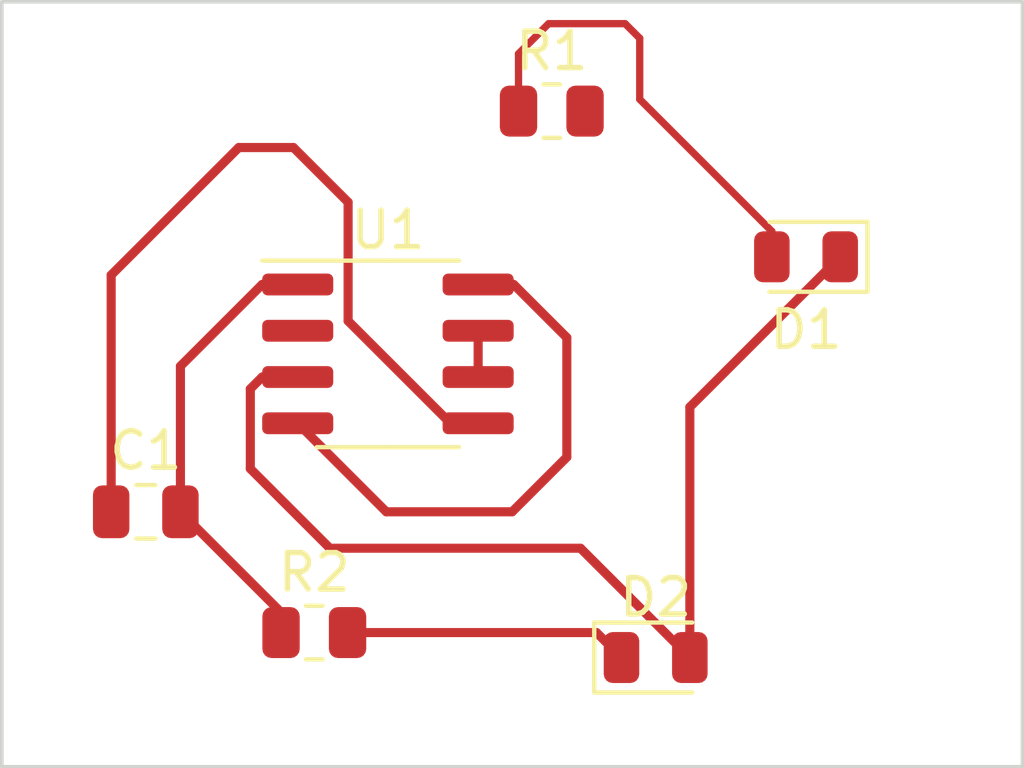
<source format=kicad_pcb>
(kicad_pcb (version 20240108) (generator "pcbnew") (generator_version "8.0")
  (layers (0 "F.Cu" signal) (31 "B.Cu" signal) (34 "B.Paste" user) (35 "F.Paste" user) (36 "B.SilkS" user "B.Silkscreen") (37 "F.SilkS" user "F.Silkscreen") (38 "B.Mask" user) (39 "F.Mask" user) (44 "Edge.Cuts" user))
  (net 0 "")
  (net 1 "Net-(U1-CV)")
  (net 2 "GND")
  (net 3 "Net-(D1-K)")
  (net 4 "Net-(D1-A)")
  (net 5 "Net-(D2-K)")
  (net 6 "VCC")
  (net 8 "Net-(U1-DIS)")
  (footprint "Capacitor_SMD:C_0805_2012Metric" (layer "F.Cu") (at 19.95 28)
    (property "Reference" "C1" (at 0 -1.68 0) (layer "F.SilkS"))
    (property "Value" "C")
    (fp_line (start -0.261252 -0.735) (end 0.261252 -0.735) (stroke (width 0.12)) (layer "F.SilkS"))
    (fp_line (start -0.261252 0.735) (end 0.261252 0.735) (stroke (width 0.12)) (layer "F.SilkS"))
    (pad "1" smd roundrect (at -0.95 0) (size 1 1.45) (layers "F.Cu" "F.Paste" "F.Mask") (net 1 "Net-(U1-CV)"))
    (pad "2" smd roundrect (at 0.95 0) (size 1 1.45) (layers "F.Cu" "F.Paste" "F.Mask") (net 2 "GND"))
  )
  (footprint "Resistor_SMD:R_0805_2012Metric" (layer "F.Cu") (at 31.0875 17)
    (property "Reference" "R1" (at 0 -1.65 0) (layer "F.SilkS"))
    (property "Value" "R")
    (fp_line (start -0.227064 -0.735) (end 0.227064 -0.735) (stroke (width 0.12)) (layer "F.SilkS"))
    (fp_line (start -0.227064 0.735) (end 0.227064 0.735) (stroke (width 0.12)) (layer "F.SilkS"))
    (pad "1" smd roundrect (at -0.9125 0) (size 1.025 1.4) (layers "F.Cu" "F.Paste" "F.Mask") (roundrect_rratio 0.243902) (net 4 "Net-(D1-A)"))
    (pad "2" smd roundrect (at 0.9125 0) (size 1.025 1.4) (layers "F.Cu" "F.Paste" "F.Mask") (roundrect_rratio 0.243902) (net 6 "VCC"))
  )
  (footprint "Package_SO:SOIC-8_3.9x4.9mm_P1.27mm" (layer "F.Cu") (at 26.5925 23.665)
    (property "Reference" "U1" (at 0 -3.4 0) (layer "F.SilkS"))
    (property "Value" "LM555xM")
    (fp_line (start 0 -2.56) (end -3.45 -2.56) (stroke (width 0.12)) (layer "F.SilkS"))
    (fp_line (start 0 -2.56) (end 1.95 -2.56) (stroke (width 0.12)) (layer "F.SilkS"))
    (fp_line (start 0 2.56) (end -1.95 2.56) (stroke (width 0.12)) (layer "F.SilkS"))
    (fp_line (start 0 2.56) (end 1.95 2.56) (stroke (width 0.12)) (layer "F.SilkS"))
    (pad "1" smd roundrect (at -2.475 -1.905) (size 1.95 0.6) (layers "F.Cu" "F.Paste" "F.Mask") (net 2 "GND"))
    (pad "2" smd roundrect (at -2.475 -0.635) (size 1.95 0.6) (layers "F.Cu" "F.Paste" "F.Mask"))
    (pad "3" smd roundrect (at -2.475 0.635) (size 1.95 0.6) (layers "F.Cu" "F.Paste" "F.Mask") (net 3 "Net-(D1-K)"))
    (pad "4" smd roundrect (at -2.475 1.905) (size 1.95 0.6) (layers "F.Cu" "F.Paste" "F.Mask") (net 6 "VCC"))
    (pad "5" smd roundrect (at 2.475 1.905) (size 1.95 0.6) (layers "F.Cu" "F.Paste" "F.Mask") (net 1 "Net-(U1-CV)"))
    (pad "6" smd roundrect (at 2.475 0.635) (size 1.95 0.6) (layers "F.Cu" "F.Paste" "F.Mask") (net 8 "Net-(U1-DIS)"))
    (pad "7" smd roundrect (at 2.475 -0.635) (size 1.95 0.6) (layers "F.Cu" "F.Paste" "F.Mask") (net 8 "Net-(U1-DIS)"))
    (pad "8" smd roundrect (at 2.475 -1.905) (size 1.95 0.6) (layers "F.Cu" "F.Paste" "F.Mask") (net 6 "VCC"))
  )
  (footprint "Resistor_SMD:R_0805_2012Metric" (layer "F.Cu") (at 24.5725 31.315)
    (property "Reference" "R2" (at 0 -1.65 0) (layer "F.SilkS"))
    (property "Value" "R")
    (fp_line (start -0.227064 -0.735) (end 0.227064 -0.735) (stroke (width 0.12)) (layer "F.SilkS"))
    (fp_line (start -0.227064 0.735) (end 0.227064 0.735) (stroke (width 0.12)) (layer "F.SilkS"))
    (pad "1" smd roundrect (at -0.9125 0) (size 1.025 1.4) (layers "F.Cu" "F.Paste" "F.Mask") (roundrect_rratio 0.243902) (net 2 "GND"))
    (pad "2" smd roundrect (at 0.9125 0) (size 1.025 1.4) (layers "F.Cu" "F.Paste" "F.Mask") (roundrect_rratio 0.243902) (net 5 "Net-(D2-K)"))
  )
  (footprint "LED_SMD:LED_0805_2012Metric" (layer "F.Cu") (at 33.9375 32)
    (property "Reference" "D2" (at 0 -1.65 0) (layer "F.SilkS"))
    (property "Value" "LED")
    (fp_line (start -1.685 -0.96) (end -1.685 0.96) (stroke (width 0.12)) (layer "F.SilkS"))
    (fp_line (start -1.685 0.96) (end 1 0.96) (stroke (width 0.12)) (layer "F.SilkS"))
    (fp_line (start 1 -0.96) (end -1.685 -0.96) (stroke (width 0.12)) (layer "F.SilkS"))
    (pad "1" smd roundrect (at -0.9375 0) (size 0.975 1.4) (layers "F.Cu" "F.Paste" "F.Mask") (net 5 "Net-(D2-K)"))
    (pad "2" smd roundrect (at 0.9375 0) (size 0.975 1.4) (layers "F.Cu" "F.Paste" "F.Mask") (net 3 "Net-(D1-K)"))
  )
  (footprint "LED_SMD:LED_0805_2012Metric" (layer "F.Cu") (at 38.0625 21 180)
    (property "Reference" "D1" (at 0 -2 0) (layer "F.SilkS"))
    (property "Value" "LED")
    (fp_line (start 1 -0.96) (end -1.685 -0.96) (stroke (width 0.12)) (layer "F.SilkS"))
    (fp_line (start -1.685 0.96) (end 1 0.96) (stroke (width 0.12)) (layer "F.SilkS"))
    (fp_line (start -1.685 -0.96) (end -1.685 0.96) (stroke (width 0.12)) (layer "F.SilkS"))
    (pad "1" smd roundrect (at -0.9375 0 180) (size 0.975 1.4) (layers "F.Cu" "F.Paste" "F.Mask") (net 3 "Net-(D1-K)"))
    (pad "2" smd roundrect (at 0.9375 0 180) (size 0.975 1.4) (layers "F.Cu" "F.Paste" "F.Mask") (net 4 "Net-(D1-A)"))
  )
  (gr_rect (start 16 14) (end 44 35) (stroke (width 0.1)) (fill none) (layer "Edge.Cuts"))
  (segment (start 29.0675 25.57) (end 28.308408 25.57) (width 0.25) (layer "F.Cu") (net 1))
  (segment (start 25.5 22.761592) (end 25.5 19.5) (width 0.25) (layer "F.Cu") (net 1))
  (segment (start 19 21.5) (end 19 28) (width 0.25) (layer "F.Cu") (net 1))
  (segment (start 28.308408 25.57) (end 25.5 22.761592) (width 0.25) (layer "F.Cu") (net 1))
  (segment (start 22.5 18) (end 19 21.5) (width 0.25) (layer "F.Cu") (net 1))
  (segment (start 24 18) (end 22.5 18) (width 0.25) (layer "F.Cu") (net 1))
  (segment (start 25.5 19.5) (end 24 18) (width 0.25) (layer "F.Cu") (net 1))
  (segment (start 20.9 28) (end 23.66 30.76) (width 0.25) (layer "F.Cu") (net 2))
  (segment (start 20.9 28) (end 20.9 24.002501) (width 0.25) (layer "F.Cu") (net 2))
  (segment (start 23.66 30.76) (end 23.66 31.315) (width 0.25) (layer "F.Cu") (net 2))
  (segment (start 23.142501 21.76) (end 24.1175 21.76) (width 0.25) (layer "F.Cu") (net 2))
  (segment (start 20.9 24.002501) (end 23.142501 21.76) (width 0.25) (layer "F.Cu") (net 2))
  (segment (start 25 29) (end 31.875 29) (width 0.25) (layer "F.Cu") (net 3))
  (segment (start 22.8175 26.8175) (end 25 29) (width 0.25) (layer "F.Cu") (net 3))
  (segment (start 34.875 32) (end 34.875 25.125) (width 0.25) (layer "F.Cu") (net 3))
  (segment (start 22.8175 24.625001) (end 22.8175 26.8175) (width 0.25) (layer "F.Cu") (net 3))
  (segment (start 23.142501 24.3) (end 22.8175 24.625001) (width 0.25) (layer "F.Cu") (net 3))
  (segment (start 31.875 29) (end 34.875 32) (width 0.25) (layer "F.Cu") (net 3))
  (segment (start 24.1175 24.3) (end 23.142501 24.3) (width 0.25) (layer "F.Cu") (net 3))
  (segment (start 34.875 25.125) (end 39 21) (width 0.25) (layer "F.Cu") (net 3))
  (segment (start 37.125 20.300001) (end 33.5 16.675001) (width 0.2) (layer "F.Cu") (net 4))
  (segment (start 33.5 16.675001) (end 33.5 15) (width 0.2) (layer "F.Cu") (net 4))
  (segment (start 33.5 15) (end 33.1 14.6) (width 0.2) (layer "F.Cu") (net 4))
  (segment (start 37.125 21) (end 37.125 20.300001) (width 0.2) (layer "F.Cu") (net 4))
  (segment (start 31 14.6) (end 30.175 15.425) (width 0.2) (layer "F.Cu") (net 4))
  (segment (start 33.1 14.6) (end 31 14.6) (width 0.2) (layer "F.Cu") (net 4))
  (segment (start 30.175 15.425) (end 30.175 17) (width 0.2) (layer "F.Cu") (net 4))
  (segment (start 32.315 31.315) (end 33 32) (width 0.25) (layer "F.Cu") (net 5))
  (segment (start 25.485 31.315) (end 32.315 31.315) (width 0.25) (layer "F.Cu") (net 5))
  (segment (start 26.5475 28) (end 24.1175 25.57) (width 0.25) (layer "F.Cu") (net 6))
  (segment (start 31.5 23.217501) (end 31.5 26.5) (width 0.25) (layer "F.Cu") (net 6))
  (segment (start 30.042499 21.76) (end 31.5 23.217501) (width 0.25) (layer "F.Cu") (net 6))
  (segment (start 30 28) (end 26.5475 28) (width 0.25) (layer "F.Cu") (net 6))
  (segment (start 31.5 26.5) (end 30 28) (width 0.25) (layer "F.Cu") (net 6))
  (segment (start 29.0675 21.76) (end 30.042499 21.76) (width 0.25) (layer "F.Cu") (net 6))
  (segment (start 29.0675 23.03) (end 29.0675 24.3) (width 0.25) (layer "F.Cu") (net 8))
)
</source>
